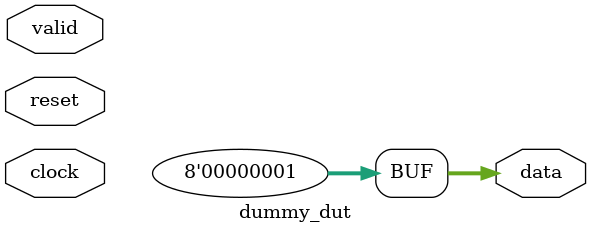
<source format=sv>
module 	dummy_dut(
		input wire clock,
		input wire reset,
		input wire valid,
		output logic [7:0] data
	);
	assign data = 1;
endmodule
</source>
